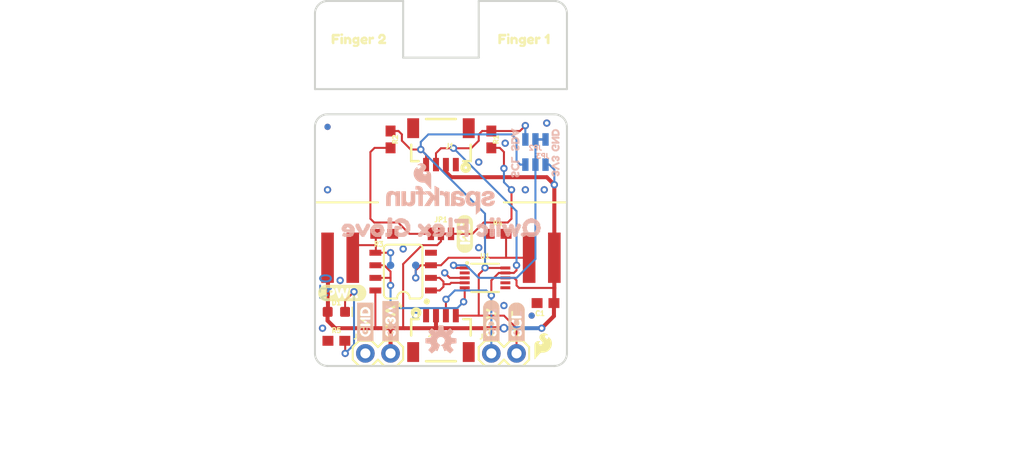
<source format=kicad_pcb>
(kicad_pcb (version 20211014) (generator pcbnew)
  (layers (0 "F.Cu" signal) (31 "B.Cu" signal) (34 "B.Paste" user) (35 "F.Paste" user) (36 "B.SilkS" user "B.Silkscreen") (37 "F.SilkS" user "F.Silkscreen") (38 "B.Mask" user) (39 "F.Mask" user) (44 "Edge.Cuts" user))
  (net 0 "")
  (net 1 "A0")
  (net 2 "VCC")
  (net 3 "GND")
  (net 4 "N$3")
  (net 5 "N$4")
  (net 6 "A1")
  (net 7 "SCL")
  (net 8 "SDA")
  (net 9 "N$7")
  (net 10 "N$8")
  (net 11 "N$1")
  (net 12 "N$2")
  (footprint "boardEagle:0603" (layer "F.Cu") (at 142.7861 110.0836 180)
    (fp_text reference "R3" (at 0 -0.762 180) (layer "F.SilkS") (effects (font (size 0.48768 0.48768) (thickness 0.12192)) (justify right top)))
    (fp_text value "100k")
    (pad "1" smd rect (at -0.85 0 180) (size 1.1 1) (layers "F.Cu" "F.Paste" "F.Mask") (net 3 "GND"))
    (pad "2" smd rect (at 0.85 0 180) (size 1.1 1) (layers "F.Cu" "F.Paste" "F.Mask") (net 4 "N$3"))
  )
  (footprint "boardEagle:FIDUCIAL-MICRO" (layer "F.Cu") (at 157.6451 118.3386)
    (fp_text reference "FD1" hide)
    (fp_text value "FIDUCIALUFIDUCIAL" hide)
    (pad "1" smd roundrect (at 0 0) (size 0.635 0.635) (layers "F.Cu" "F.Mask") (roundrect_rratio 0.5))
  )
  (footprint "boardEagle:I2C-()" (layer "F.Cu") (at 150.9141 112.1156 90)
    (fp_text reference "U$15" hide)
    (fp_text value "" hide)
  )
  (footprint "boardEagle:0603" (layer "F.Cu") (at 143.4211 100.5586 -90)
    (fp_text reference "R2" (at 0 -0.762 -90) (layer "F.SilkS") (effects (font (size 0.48768 0.48768) (thickness 0.12192)) (justify bottom)))
    (fp_text value "4.7k")
    (pad "1" smd rect (at -0.85 0 270) (size 1.1 1) (layers "F.Cu" "F.Paste" "F.Mask") (net 7 "SCL"))
    (pad "2" smd rect (at 0.85 0 270) (size 1.1 1) (layers "F.Cu" "F.Paste" "F.Mask") (net 9 "N$7"))
  )
  (footprint "boardEagle:SFE_LOGO_FLAME_.1" (layer "F.Cu") (at 157.6451 123.0376)
    (fp_text reference "LOGO3" hide)
    (fp_text value "SFE_LOGO_FLAME.1_INCH" hide)
  )
  (footprint "" (layer "F.Cu") (at 153.5811 91.6686)
    (fp_text reference "@HOLE3" hide)
    (fp_text value "" (at 0 0) (layer "F.SilkS") (effects (font (size 1.27 1.27))))
    (pad "" np_thru_hole circle (at 0 0) (size 0.7 0.7) (drill 0.7) (layers *.Cu *.Mask))
  )
  (footprint "boardEagle:0603" (layer "F.Cu") (at 154.2161 110.0836)
    (fp_text reference "R4" (at 0 -0.762) (layer "F.SilkS") (effects (font (size 0.48768 0.48768) (thickness 0.12192)) (justify bottom)))
    (fp_text value "100k")
    (pad "1" smd rect (at -0.85 0) (size 1.1 1) (layers "F.Cu" "F.Paste" "F.Mask") (net 3 "GND"))
    (pad "2" smd rect (at 0.85 0) (size 1.1 1) (layers "F.Cu" "F.Paste" "F.Mask") (net 5 "N$4"))
  )
  (footprint "boardEagle:GND" (layer "F.Cu") (at 140.8811 121.3866 90)
    (fp_text reference "U$1" hide)
    (fp_text value "" hide)
  )
  (footprint "boardEagle:SCL" (layer "F.Cu") (at 156.1211 121.3866 90)
    (fp_text reference "U$9" hide)
    (fp_text value "" hide)
  )
  (footprint "boardEagle:1X02" (layer "F.Cu") (at 140.8811 122.1486)
    (fp_text reference "J4" (at -1.27 -1.397) (layer "F.SilkS") (effects (font (size 0.48768 0.48768) (thickness 0.12192)) (justify left bottom)))
    (fp_text value "")
    (pad "1" thru_hole circle (at 0 0 90) (size 1.8796 1.8796) (drill 1.016) (layers *.Cu *.Mask) (net 3 "GND"))
    (pad "2" thru_hole circle (at 2.54 0 90) (size 1.8796 1.8796) (drill 1.016) (layers *.Cu *.Mask) (net 2 "VCC"))
  )
  (footprint "" (layer "F.Cu") (at 143.4211 91.6686)
    (fp_text reference "@HOLE2" hide)
    (fp_text value "" (at 0 0) (layer "F.SilkS") (effects (font (size 1.27 1.27))))
    (pad "" np_thru_hole circle (at 0 0) (size 0.7 0.7) (drill 0.7) (layers *.Cu *.Mask))
  )
  (footprint "boardEagle:0603" (layer "F.Cu") (at 153.5811 100.5586 -90)
    (fp_text reference "R1" (at 0 -0.762 -90) (layer "F.SilkS") (effects (font (size 0.48768 0.48768) (thickness 0.12192)) (justify bottom)))
    (fp_text value "4.7k")
    (pad "1" smd rect (at -0.85 0 270) (size 1.1 1) (layers "F.Cu" "F.Paste" "F.Mask") (net 8 "SDA"))
    (pad "2" smd rect (at 0.85 0 270) (size 1.1 1) (layers "F.Cu" "F.Paste" "F.Mask") (net 10 "N$8"))
  )
  (footprint "boardEagle:SMT-JUMPER_3_2-NC_TRACE_NO-SILK" (layer "F.Cu") (at 148.5011 110.0836)
    (fp_text reference "JP1" (at 0 -1.143) (layer "F.SilkS") (effects (font (size 0.48768 0.48768) (thickness 0.12192)) (justify bottom)))
    (fp_text value "JUMPER-SMT_3_2-NC_TRACE_NO-SILK")
    (fp_poly (pts (xy -0.7112 0.127) (xy -0.3048 0.127) (xy -0.3048 -0.127) (xy -0.7112 -0.127)) (layer "F.Cu") (width 0) (fill solid))
    (fp_poly (pts (xy 0.3048 0.127) (xy 0.7112 0.127) (xy 0.7112 -0.127) (xy 0.3048 -0.127)) (layer "F.Cu") (width 0) (fill solid))
    (pad "1" smd rect (at -1.016 0) (size 0.635 1.27) (layers "F.Cu" "F.Mask") (net 9 "N$7"))
    (pad "2" smd rect (at 0 0) (size 0.635 1.27) (layers "F.Cu" "F.Mask") (net 2 "VCC"))
    (pad "3" smd rect (at 1.016 0) (size 0.635 1.27) (layers "F.Cu" "F.Mask") (net 10 "N$8"))
  )
  (footprint "boardEagle:FLEX_SENSOR" (layer "F.Cu") (at 158.6611 111.2266)
    (fp_text reference "R6" hide)
    (fp_text value "FLEX_SENSOR-4.5\"" hide)
    (pad "P$1" smd rect (at -1.27 1.27) (size 1.27 5.08) (layers "F.Cu" "F.Paste" "F.Mask") (net 5 "N$4"))
    (pad "P$2" smd rect (at 1.27 1.27 180) (size 1.27 5.08) (layers "F.Cu" "F.Paste" "F.Mask") (net 2 "VCC"))
  )
  (footprint "boardEagle:FINGER_10" (layer "F.Cu") (at 153.3271 90.3986)
    (fp_text reference "U$16" hide)
    (fp_text value "" hide)
  )
  (footprint "boardEagle:MSOP10" (layer "F.Cu") (at 152.9461 114.5286 -90)
    (fp_text reference "U1" (at -1.905 0) (layer "F.SilkS") (effects (font (size 0.48768 0.48768) (thickness 0.12192)) (justify bottom)))
    (fp_text value "ADS1015")
    (pad "1" smd rect (at -1 2.05 270) (size 0.3 1) (layers "F.Cu") (net 11 "N$1"))
    (pad "2" smd rect (at -0.5 2.05 270) (size 0.3 1) (layers "F.Cu"))
    (pad "3" smd rect (at 0 2.05 270) (size 0.3 1) (layers "F.Cu") (net 3 "GND"))
    (pad "4" smd rect (at 0.5 2.05 270) (size 0.3 1) (layers "F.Cu") (net 1 "A0"))
    (pad "5" smd rect (at 1 2.05 270) (size 0.3 1) (layers "F.Cu") (net 6 "A1"))
    (pad "6" smd rect (at 1 -2.05 90) (size 0.3 1) (layers "F.Cu"))
    (pad "7" smd rect (at 0.5 -2.05 90) (size 0.3 1) (layers "F.Cu"))
    (pad "8" smd rect (at 0 -2.05 90) (size 0.3 1) (layers "F.Cu") (net 2 "VCC"))
    (pad "9" smd rect (at -0.5 -2.05 90) (size 0.3 1) (layers "F.Cu") (net 8 "SDA"))
    (pad "10" smd rect (at -1 -2.05 90) (size 0.3 1) (layers "F.Cu") (net 7 "SCL"))
  )
  (footprint "boardEagle:SO08" (layer "F.Cu") (at 144.6911 113.8936 90)
    (fp_text reference "U4" (at -3.175 0 180) (layer "F.SilkS") (effects (font (size 0.48768 0.48768) (thickness 0.12192)) (justify right top)))
    (fp_text value "LMV358")
    (pad "1" smd rect (at -1.905 2.8 90) (size 0.6 1.2) (layers "F.Cu" "F.Paste" "F.Mask") (net 1 "A0"))
    (pad "2" smd rect (at -0.635 2.8 90) (size 0.6 1.2) (layers "F.Cu" "F.Paste" "F.Mask") (net 1 "A0"))
    (pad "3" smd rect (at 0.635 2.8 90) (size 0.6 1.2) (layers "F.Cu" "F.Paste" "F.Mask") (net 5 "N$4"))
    (pad "4" smd rect (at 1.905 2.8 90) (size 0.6 1.2) (layers "F.Cu" "F.Paste" "F.Mask") (net 3 "GND"))
    (pad "5" smd rect (at 1.905 -2.8 90) (size 0.6 1.2) (layers "F.Cu" "F.Paste" "F.Mask") (net 4 "N$3"))
    (pad "6" smd rect (at 0.635 -2.8 90) (size 0.6 1.2) (layers "F.Cu" "F.Paste" "F.Mask") (net 6 "A1"))
    (pad "7" smd rect (at -0.635 -2.8 90) (size 0.6 1.2) (layers "F.Cu" "F.Paste" "F.Mask") (net 6 "A1"))
    (pad "8" smd rect (at -1.905 -2.8 90) (size 0.6 1.2) (layers "F.Cu" "F.Paste" "F.Mask") (net 2 "VCC"))
  )
  (footprint "boardEagle:FIDUCIAL-MICRO" (layer "F.Cu") (at 137.0711 99.2886)
    (fp_text reference "FD3" hide)
    (fp_text value "FIDUCIALUFIDUCIAL" hide)
    (pad "1" smd roundrect (at 0 0) (size 0.635 0.635) (layers "F.Cu" "F.Mask") (roundrect_rratio 0.5))
  )
  (footprint "boardEagle:(PWR)" (layer "F.Cu") (at 136.0551 116.0526)
    (fp_text reference "U$11" hide)
    (fp_text value "" hide)
  )
  (footprint "boardEagle:1X02" (layer "F.Cu") (at 153.5811 122.1486)
    (fp_text reference "J3" (at -1.27 -1.397) (layer "F.SilkS") (effects (font (size 0.48768 0.48768) (thickness 0.12192)) (justify left bottom)))
    (fp_text value "")
    (pad "1" thru_hole circle (at 0 0 90) (size 1.8796 1.8796) (drill 1.016) (layers *.Cu *.Mask) (net 8 "SDA"))
    (pad "2" thru_hole circle (at 2.54 0 90) (size 1.8796 1.8796) (drill 1.016) (layers *.Cu *.Mask) (net 7 "SCL"))
  )
  (footprint "" (layer "F.Cu") (at 159.9311 122.1486)
    (fp_text reference "@HOLE5" hide)
    (fp_text value "" (at 0 0) (layer "F.SilkS") (effects (font (size 1.27 1.27))))
    (pad "" np_thru_hole circle (at 0 0) (size 0.9 0.9) (drill 0.9) (layers *.Cu *.Mask))
  )
  (footprint "boardEagle:LED-0603" (layer "F.Cu") (at 137.9601 117.9576)
    (fp_text reference "D1" (at 0 -0.635) (layer "F.SilkS") (effects (font (size 0.48768 0.48768) (thickness 0.12192)) (justify bottom)))
    (fp_text value "RED")
    (pad "A" smd roundrect (at -0.877 0 270) (size 1 1) (layers "F.Cu" "F.Paste" "F.Mask") (roundrect_rratio 0.15) (net 2 "VCC"))
    (pad "C" smd roundrect (at 0.877 0 270) (size 1 1) (layers "F.Cu" "F.Paste" "F.Mask") (roundrect_rratio 0.15) (net 12 "N$2"))
  )
  (footprint "boardEagle:FINGER_21" (layer "F.Cu") (at 136.5631 90.3986)
    (fp_text reference "U$17" hide)
    (fp_text value "" hide)
  )
  (footprint "boardEagle:SDA" (layer "F.Cu") (at 153.5811 121.3866 90)
    (fp_text reference "U$7" hide)
    (fp_text value "" hide)
  )
  (footprint "boardEagle:FLEX_SENSOR" (layer "F.Cu") (at 138.3411 111.2266)
    (fp_text reference "R7" hide)
    (fp_text value "FLEX_SENSOR-4.5\"" hide)
    (pad "P$1" smd rect (at -1.27 1.27) (size 1.27 5.08) (layers "F.Cu" "F.Paste" "F.Mask") (net 2 "VCC"))
    (pad "P$2" smd rect (at 1.27 1.27 180) (size 1.27 5.08) (layers "F.Cu" "F.Paste" "F.Mask") (net 4 "N$3"))
  )
  (footprint "boardEagle:3.3V" (layer "F.Cu") (at 143.4211 121.3866 90)
    (fp_text reference "U$5" hide)
    (fp_text value "" hide)
  )
  (footprint "boardEagle:0603" (layer "F.Cu") (at 137.9601 120.8786)
    (fp_text reference "R5" (at 0 -0.762) (layer "F.SilkS") (effects (font (size 0.48768 0.48768) (thickness 0.12192)) (justify bottom)))
    (fp_text value "1k")
    (pad "1" smd rect (at -0.85 0) (size 1.1 1) (layers "F.Cu" "F.Paste" "F.Mask") (net 3 "GND"))
    (pad "2" smd rect (at 0.85 0) (size 1.1 1) (layers "F.Cu" "F.Paste" "F.Mask") (net 12 "N$2"))
  )
  (footprint "" (layer "F.Cu") (at 153.5811 103.0986)
    (fp_text reference "@HOLE1" hide)
    (fp_text value "" (at 0 0) (layer "F.SilkS") (effects (font (size 1.27 1.27))))
    (pad "" np_thru_hole circle (at 0 0) (size 0.9 0.9) (drill 0.9) (layers *.Cu *.Mask))
  )
  (footprint "" (layer "F.Cu") (at 143.4211 103.0986)
    (fp_text reference "@HOLE0" hide)
    (fp_text value "" (at 0 0) (layer "F.SilkS") (effects (font (size 1.27 1.27))))
    (pad "" np_thru_hole circle (at 0 0) (size 0.9 0.9) (drill 0.9) (layers *.Cu *.Mask))
  )
  (footprint "boardEagle:1X04_1MM_RA" (layer "F.Cu") (at 148.5011 103.0986 180)
    (fp_text reference "J1" (at -1.397 2.159 180) (layer "F.SilkS") (effects (font (size 0.48768 0.48768) (thickness 0.12192)) (justify right top)))
    (fp_text value "")
    (pad "1" smd rect (at -1.5 0 180) (size 0.6 1.35) (layers "F.Cu" "F.Paste" "F.Mask") (net 3 "GND"))
    (pad "2" smd rect (at -0.5 0 180) (size 0.6 1.35) (layers "F.Cu" "F.Paste" "F.Mask") (net 2 "VCC"))
    (pad "3" smd rect (at 0.5 0 180) (size 0.6 1.35) (layers "F.Cu" "F.Paste" "F.Mask") (net 8 "SDA"))
    (pad "4" smd rect (at 1.5 0 180) (size 0.6 1.35) (layers "F.Cu" "F.Paste" "F.Mask") (net 7 "SCL"))
    (pad "NC1" smd rect (at 2.8 3.675 180) (size 1.2 2) (layers "F.Cu" "F.Paste" "F.Mask"))
    (pad "NC2" smd rect (at -2.8 3.675 180) (size 1.2 2) (layers "F.Cu" "F.Paste" "F.Mask"))
  )
  (footprint "" (layer "F.Cu") (at 137.0711 122.1486)
    (fp_text reference "@HOLE4" hide)
    (fp_text value "" (at 0 0) (layer "F.SilkS") (effects (font (size 1.27 1.27))))
    (pad "" np_thru_hole circle (at 0 0) (size 0.9 0.9) (drill 0.9) (layers *.Cu *.Mask))
  )
  (footprint "boardEagle:0603" (layer "F.Cu") (at 159.0421 117.0686 180)
    (fp_text reference "C1" (at 0 -0.762 180) (layer "F.SilkS") (effects (font (size 0.48768 0.48768) (thickness 0.12192)) (justify right top)))
    (fp_text value "0.1uF")
    (pad "1" smd rect (at -0.85 0 180) (size 1.1 1) (layers "F.Cu" "F.Paste" "F.Mask") (net 2 "VCC"))
    (pad "2" smd rect (at 0.85 0 180) (size 1.1 1) (layers "F.Cu" "F.Paste" "F.Mask") (net 3 "GND"))
  )
  (footprint "boardEagle:1X04_1MM_RA" (layer "F.Cu") (at 148.5011 118.3386)
    (fp_text reference "J2" (at -1.397 2.159) (layer "F.SilkS") (effects (font (size 0.48768 0.48768) (thickness 0.12192)) (justify left bottom)))
    (fp_text value "")
    (pad "1" smd rect (at -1.5 0) (size 0.6 1.35) (layers "F.Cu" "F.Paste" "F.Mask") (net 3 "GND"))
    (pad "2" smd rect (at -0.5 0) (size 0.6 1.35) (layers "F.Cu" "F.Paste" "F.Mask") (net 2 "VCC"))
    (pad "3" smd rect (at 0.5 0) (size 0.6 1.35) (layers "F.Cu" "F.Paste" "F.Mask") (net 8 "SDA"))
    (pad "4" smd rect (at 1.5 0) (size 0.6 1.35) (layers "F.Cu" "F.Paste" "F.Mask") (net 7 "SCL"))
    (pad "NC1" smd rect (at 2.8 3.675) (size 1.2 2) (layers "F.Cu" "F.Paste" "F.Mask"))
    (pad "NC2" smd rect (at -2.8 3.675) (size 1.2 2) (layers "F.Cu" "F.Paste" "F.Mask"))
  )
  (footprint "boardEagle:CREATIVE_COMMONS" (layer "F.Cu") (at 124.3711 133.5786)
    (fp_text reference "FRAME1" hide)
    (fp_text value "FRAME-LETTER" hide)
  )
  (footprint "boardEagle:FIDUCIAL-MICRO" (layer "B.Cu") (at 137.0711 99.2886 180)
    (fp_text reference "FD4" hide)
    (fp_text value "FIDUCIALUFIDUCIAL" hide)
    (pad "1" smd roundrect (at 0 0 180) (size 0.635 0.635) (layers "B.Cu" "B.Mask") (roundrect_rratio 0.5))
  )
  (footprint "boardEagle:SMT-JUMPER_3_0-NO_TRACE_NO-SILK" (layer "B.Cu") (at 158.0261 103.0986 180)
    (fp_text reference "JP3" (at 0 1.143) (layer "B.SilkS") (effects (font (size 0.48768 0.48768) (thickness 0.12192)) (justify right top mirror)))
    (fp_text value "JUMPER-SMT_3_NO_NO_SILK")
    (pad "1" smd rect (at -1.016 0 180) (size 0.635 1.27) (layers "B.Cu" "B.Mask") (net 2 "VCC"))
    (pad "2" smd rect (at 0 0 180) (size 0.635 1.27) (layers "B.Cu" "B.Mask") (net 11 "N$1"))
    (pad "3" smd rect (at 1.016 0 180) (size 0.635 1.27) (layers "B.Cu" "B.Mask") (net 7 "SCL"))
  )
  (footprint "boardEagle:3V3-TEXT" (layer "B.Cu") (at 160.0581 105.0036 90)
    (fp_text reference "U$3" hide)
    (fp_text value "" hide)
  )
  (footprint "boardEagle:SDA0" (layer "B.Cu") (at 155.9941 102.4636 90)
    (fp_text reference "U$12" hide)
    (fp_text value "" hide)
  )
  (footprint "boardEagle:GND" (layer "B.Cu") (at 140.8811 121.3866 90)
    (fp_text reference "U$2" hide)
    (fp_text value "" hide)
  )
  (footprint "boardEagle:PAD.03X.03" (layer "B.Cu") (at 145.9611 113.2586 180)
    (fp_text reference "TP1" hide)
    (fp_text value "TEST-POINT3" hide)
    (pad "P$1" smd roundrect (at 0 0 180) (size 0.762 0.762) (layers "B.Cu" "B.Mask") (roundrect_rratio 0.5) (net 5 "N$4"))
  )
  (footprint "boardEagle:SFE_LOGO_NAME_FLAME_.1" (layer "B.Cu") (at 154.3431 108.1786 180)
    (fp_text reference "LOGO1" hide)
    (fp_text value "SFE_LOGO_NAME_FLAME.1_INCH" hide)
  )
  (footprint "boardEagle:GND-TEXT-03" (layer "B.Cu") (at 160.0581 102.4636 90)
    (fp_text reference "U$4" hide)
    (fp_text value "" hide)
  )
  (footprint "boardEagle:SDA" (layer "B.Cu") (at 153.5811 121.3866 90)
    (fp_text reference "U$8" hide)
    (fp_text value "" hide)
  )
  (footprint "boardEagle:SCL" (layer "B.Cu") (at 156.1211 121.3866 90)
    (fp_text reference "U$10" hide)
    (fp_text value "" hide)
  )
  (footprint "boardEagle:QWIIC_FLEX_GLOVE0" (layer "B.Cu") (at 160.1851 109.4486 180)
    (fp_text reference "U$14" hide)
    (fp_text value "" hide)
  )
  (footprint "boardEagle:SCL2" (layer "B.Cu") (at 155.9941 105.1306 90)
    (fp_text reference "U$13" hide)
    (fp_text value "" hide)
  )
  (footprint "boardEagle:FIDUCIAL-MICRO" (layer "B.Cu") (at 157.6451 118.3386 180)
    (fp_text reference "FD2" hide)
    (fp_text value "FIDUCIALUFIDUCIAL" hide)
    (pad "1" smd roundrect (at 0 0 180) (size 0.635 0.635) (layers "B.Cu" "B.Mask") (roundrect_rratio 0.5))
  )
  (footprint "boardEagle:3.3V" (layer "B.Cu") (at 143.4211 121.3866 90)
    (fp_text reference "U$6" hide)
    (fp_text value "" hide)
  )
  (footprint "boardEagle:SMT-JUMPER_3_1-NC_TRACE_NO-SILK" (layer "B.Cu") (at 158.0261 100.5586)
    (fp_text reference "JP2" (at 0 1.143 180) (layer "B.SilkS") (effects (font (size 0.48768 0.48768) (thickness 0.12192)) (justify bottom mirror)))
    (fp_text value "JUMPER-SMT_3_1-NC_TRACE_NO-SILK")
    (fp_poly (pts (xy 0.3048 -0.127) (xy 0.7112 -0.127) (xy 0.7112 0.127) (xy 0.3048 0.127)) (layer "B.Cu") (width 0) (fill solid))
    (pad "1" smd rect (at -1.016 0) (size 0.635 1.27) (layers "B.Cu" "B.Mask") (net 8 "SDA"))
    (pad "2" smd rect (at 0 0) (size 0.635 1.27) (layers "B.Cu" "B.Mask") (net 11 "N$1"))
    (pad "3" smd rect (at 1.016 0) (size 0.635 1.27) (layers "B.Cu" "B.Mask") (net 3 "GND"))
  )
  (footprint "boardEagle:OSHW-LOGO-S" (layer "B.Cu") (at 148.5011 120.8786 180)
    (fp_text reference "LOGO2" hide)
    (fp_text value "OSHW-LOGOS" hide)
  )
  (footprint "boardEagle:PAD.03X.03" (layer "B.Cu") (at 143.4211 113.2586 180)
    (fp_text reference "TP2" hide)
    (fp_text value "TEST-POINT3" hide)
    (pad "P$1" smd roundrect (at 0 0 180) (size 0.762 0.762) (layers "B.Cu" "B.Mask") (roundrect_rratio 0.5) (net 4 "N$3"))
  )
  (gr_line (start 154.8511 106.9086) (end 161.2011 106.9086) (layer "F.SilkS") (width 0.2032))
  (gr_line (start 135.8011 106.9086) (end 142.1511 106.9086) (layer "F.SilkS") (width 0.2032))
  (gr_line (start 135.8011 95.4786) (end 161.2011 95.4786) (layer "Edge.Cuts") (width 0.2032))
  (gr_arc (start 161.2011 122.1486) (mid 160.829126 123.046626) (end 159.9311 123.4186) (layer "Edge.Cuts") (width 0.2032))
  (gr_line (start 137.0711 86.5886) (end 144.6911 86.5886) (layer "Edge.Cuts") (width 0.2032))
  (gr_arc (start 159.9311 86.5886) (mid 160.829126 86.960574) (end 161.2011 87.8586) (layer "Edge.Cuts") (width 0.2032))
  (gr_line (start 161.2011 87.8586) (end 161.2011 95.4786) (layer "Edge.Cuts") (width 0.2032))
  (gr_line (start 144.6911 92.3036) (end 152.3111 92.3036) (layer "Edge.Cuts") (width 0.2032))
  (gr_arc (start 159.9311 98.0186) (mid 160.829126 98.390574) (end 161.2011 99.2886) (layer "Edge.Cuts") (width 0.2032))
  (gr_line (start 135.8011 99.2886) (end 135.8011 122.1486) (layer "Edge.Cuts") (width 0.2032))
  (gr_arc (start 137.0711 123.4186) (mid 136.173074 123.046626) (end 135.8011 122.1486) (layer "Edge.Cuts") (width 0.2032))
  (gr_arc (start 135.8011 99.2886) (mid 136.173074 98.390574) (end 137.0711 98.0186) (layer "Edge.Cuts") (width 0.2032))
  (gr_line (start 152.3111 86.5886) (end 159.9311 86.5886) (layer "Edge.Cuts") (width 0.2032))
  (gr_line (start 161.2011 122.1486) (end 161.2011 99.2886) (layer "Edge.Cuts") (width 0.2032))
  (gr_line (start 159.9311 98.0186) (end 137.0711 98.0186) (layer "Edge.Cuts") (width 0.2032))
  (gr_line (start 137.0711 123.4186) (end 159.9311 123.4186) (layer "Edge.Cuts") (width 0.2032))
  (gr_line (start 144.6911 86.5886) (end 144.6911 92.3036) (layer "Edge.Cuts") (width 0.2032))
  (gr_line (start 135.8011 95.4786) (end 135.8011 87.8586) (layer "Edge.Cuts") (width 0.2032))
  (gr_line (start 152.3111 92.3036) (end 152.3111 86.5886) (layer "Edge.Cuts") (width 0.2032))
  (gr_arc (start 135.8011 87.8586) (mid 136.173074 86.960574) (end 137.0711 86.5886) (layer "Edge.Cuts") (width 0.2032))
  (gr_text "v10" (at 136.1821 117.0686 -90) (layer "B.Cu") (effects (font (size 1.0795 1.0795) (thickness 0.1905)) (justify left bottom mirror)))
  (segment (start 148.7551 115.1636) (end 148.7551 114.9096) (width 0.2032) (layer "F.Cu") (net 1))
  (segment (start 147.4911 115.7986) (end 148.3741 115.7986) (width 0.2032) (layer "F.Cu") (net 1))
  (segment (start 149.5251 115.0286) (end 149.3901 115.1636) (width 0.2032) (layer "F.Cu") (net 1))
  (segment (start 148.7551 115.1636) (end 149.3901 115.1636) (width 0.2032) (layer "F.Cu") (net 1))
  (segment (start 148.7551 114.9096) (end 148.3741 114.5286) (width 0.2032) (layer "F.Cu") (net 1))
  (segment (start 148.7551 115.4176) (end 148.7551 115.1636) (width 0.2032) (layer "F.Cu") (net 1))
  (segment (start 150.8961 115.0286) (end 149.5251 115.0286) (width 0.2032) (layer "F.Cu") (net 1))
  (segment (start 148.3741 114.5286) (end 147.4911 114.5286) (width 0.2032) (layer "F.Cu") (net 1))
  (segment (start 148.3741 115.7986) (end 148.7551 115.4176) (width 0.2032) (layer "F.Cu") (net 1))
  (segment (start 142.1511 119.6086) (end 137.8331 119.6086) (width 0.4064) (layer "F.Cu") (net 2))
  (segment (start 148.5011 110.0836) (end 148.5011 110.8456) (width 0.2032) (layer "F.Cu") (net 2))
  (segment (start 148.5011 110.8456) (end 148.1201 111.2266) (width 0.2032) (layer "F.Cu") (net 2))
  (segment (start 154.0891 119.6086) (end 153.5811 119.6086) (width 0.2032) (layer "F.Cu") (net 2))
  (segment (start 137.1101 111.2656) (end 137.1101 117.9306) (width 0.4064) (layer "F.Cu") (net 2))
  (segment (start 137.0711 118.8466) (end 137.0711 117.7426) (width 0.4064) (layer "F.Cu") (net 2))
  (segment (start 137.8331 119.6086) (end 137.0711 118.8466) (width 0.4064) (layer "F.Cu") (net 2))
  (segment (start 149.0011 103.0986) (end 149.0011 103.8526) (width 0.4064) (layer "F.Cu") (net 2))
  (segment (start 149.0011 103.8526) (end 149.5171 104.3686) (width 0.4064) (layer "F.Cu") (net 2))
  (segment (start 137.0711 117.7426) (end 137.0831 117.7426) (width 0.4064) (layer "F.Cu") (net 2))
  (segment (start 137.1101 111.2656) (end 137.0711 111.2656) (width 0.4064) (layer "F.Cu") (net 2))
  (segment (start 155.8671 114.5286) (end 154.9961 114.5286) (width 0.2032) (layer "F.Cu") (net 2))
  (segment (start 159.8921 117.0686) (end 159.9311 117.0686) (width 0.4064) (layer "F.Cu") (net 2))
  (segment (start 159.8921 118.3776) (end 159.8921 117.0686) (width 0.4064) (layer "F.Cu") (net 2))
  (segment (start 159.9311 115.5446) (end 159.9311 112.4966) (width 0.4064) (layer "F.Cu") (net 2))
  (segment (start 159.9311 105.1306) (end 159.9311 112.4966) (width 0.4064) (layer "F.Cu") (net 2))
  (segment (start 156.1211 114.7826) (end 156.1211 115.2906) (width 0.2032) (layer "F.Cu") (net 2))
  (segment (start 137.1101 117.9306) (end 137.0831 117.9576) (width 0.4064) (layer "F.Cu") (net 2))
  (segment (start 144.8181 119.6086) (end 143.4211 119.6086) (width 0.4064) (layer "F.Cu") (net 2))
  (segment (start 137.0711 111.2656) (end 137.0711 112.4966) (width 0.4064) (layer "F.Cu") (net 2))
  (segment (start 148.0011 118.3386) (end 148.0011 119.6086) (width 0.4064) (layer "F.Cu") (net 2))
  (segment (start 141.8911 119.6086) (end 142.1511 119.6086) (width 0.2032) (layer "F.Cu") (net 2))
  (segment (start 153.5811 119.6086) (end 148.0011 119.6086) (width 0.4064) (layer "F.Cu") (net 2))
  (segment (start 146.5961 111.2266) (end 144.6911 113.1316) (width 0.2032) (layer "F.Cu") (net 2))
  (segment (start 156.3751 115.5446) (end 159.9311 115.5446) (width 0.2032) (layer "F.Cu") (net 2))
  (segment (start 143.4211 119.6086) (end 142.1511 119.6086) (width 0.4064) (layer "F.Cu") (net 2))
  (segment (start 156.1211 115.2906) (end 156.3751 115.5446) (width 0.2032) (layer "F.Cu") (net 2))
  (segment (start 148.0011 119.6086) (end 144.8181 119.6086) (width 0.4064) (layer "F.Cu") (net 2))
  (segment (start 143.4211 122.1486) (end 143.4211 119.6086) (width 0.4064) (layer "F.Cu") (net 2))
  (segment (start 144.6911 113.1316) (end 144.6911 119.4816) (width 0.2032) (layer "F.Cu") (net 2))
  (segment (start 155.8671 114.5286) (end 156.1211 114.7826) (width 0.2032) (layer "F.Cu") (net 2))
  (segment (start 149.5171 104.3686) (end 159.1691 104.3686) (width 0.4064) (layer "F.Cu") (net 2))
  (segment (start 137.0711 112.4966) (end 137.0711 113.2586) (width 0.4064) (layer "F.Cu") (net 2))
  (segment (start 137.0831 117.7426) (end 137.0831 117.9576) (width 0.4064) (layer "F.Cu") (net 2))
  (segment (start 159.8921 118.3776) (end 158.6611 119.6086) (width 0.4064) (layer "F.Cu") (net 2))
  (segment (start 146.5961 111.2266) (end 148.1201 111.2266) (width 0.2032) (layer "F.Cu") (net 2))
  (segment (start 144.6911 119.4816) (end 144.8181 119.6086) (width 0.2032) (layer "F.Cu") (net 2))
  (segment (start 141.8911 115.7986) (end 141.8911 119.6086) (width 0.2032) (layer "F.Cu") (net 2))
  (segment (start 154.8511 119.6086) (end 153.5811 119.6086) (width 0.4064) (layer "F.Cu") (net 2))
  (segment (start 159.9311 115.5446) (end 159.9311 117.0686) (width 0.4064) (layer "F.Cu") (net 2))
  (segment (start 159.1691 104.3686) (end 159.9311 105.1306) (width 0.4064) (layer "F.Cu") (net 2))
  (via (at 154.8511 119.6086) (size 0.8636) (drill 0.508) (layers "F.Cu" "B.Cu") (net 2))
  (via (at 158.6611 119.6086) (size 0.7366) (drill 0.381) (layers "F.Cu" "B.Cu") (net 2))
  (via (at 159.9311 105.1306) (size 0.7366) (drill 0.381) (layers "F.Cu" "B.Cu") (net 2))
  (segment (start 158.6611 119.6086) (end 154.8511 119.6086) (width 0.4064) (layer "B.Cu") (net 2))
  (segment (start 159.4231 103.0986) (end 159.0421 103.0986) (width 0.2032) (layer "B.Cu") (net 2))
  (segment (start 159.9311 105.1306) (end 159.9311 103.6066) (width 0.2032) (layer "B.Cu") (net 2))
  (segment (start 159.9311 103.6066) (end 159.4231 103.0986) (width 0.2032) (layer "B.Cu") (net 2))
  (segment (start 149.3901 114.5286) (end 148.8821 114.0206) (width 0.2032) (layer "F.Cu") (net 3))
  (segment (start 150.8961 114.5286) (end 149.3901 114.5286) (width 0.2032) (layer "F.Cu") (net 3))
  (via (at 145.9611 118.3386) (size 0.7366) (drill 0.381) (layers "F.Cu" "B.Cu") (net 3))
  (via (at 138.3411 114.7826) (size 0.7366) (drill 0.381) (layers "F.Cu" "B.Cu") (net 3))
  (via (at 154.8511 117.3226) (size 0.7366) (drill 0.381) (layers "F.Cu" "B.Cu") (net 3))
  (via (at 136.5631 119.6086) (size 0.7366) (drill 0.381) (layers "F.Cu" "B.Cu") (net 3))
  (via (at 158.9151 105.6386) (size 0.7366) (drill 0.381) (layers "F.Cu" "B.Cu") (net 3))
  (via (at 157.0101 105.6386) (size 0.7366) (drill 0.381) (layers "F.Cu" "B.Cu") (net 3))
  (via (at 154.9781 100.9396) (size 0.7366) (drill 0.381) (layers "F.Cu" "B.Cu") (net 3))
  (via (at 137.0711 105.6386) (size 0.7366) (drill 0.381) (layers "F.Cu" "B.Cu") (net 3))
  (via (at 152.3111 111.4806) (size 0.7366) (drill 0.381) (layers "F.Cu" "B.Cu") (net 3))
  (via (at 159.1691 98.9076) (size 0.7366) (drill 0.381) (layers "F.Cu" "B.Cu") (net 3))
  (via (at 152.3111 102.8446) (size 0.7366) (drill 0.381) (layers "F.Cu" "B.Cu") (net 3))
  (via (at 148.8821 114.0206) (size 0.7366) (drill 0.381) (layers "F.Cu" "B.Cu") (net 3))
  (via (at 144.6911 111.6076) (size 0.7366) (drill 0.381) (layers "F.Cu" "B.Cu") (net 3))
  (segment (start 139.6111 112.4966) (end 139.6111 111.2266) (width 0.2032) (layer "F.Cu") (net 4))
  (segment (start 141.9361 110.0836) (end 141.9361 111.2266) (width 0.2032) (layer "F.Cu") (net 4))
  (segment (start 141.9361 111.9436) (end 141.8911 111.9886) (width 0.2032) (layer "F.Cu") (net 4))
  (segment (start 139.6111 111.2266) (end 141.9361 111.2266) (width 0.2032) (layer "F.Cu") (net 4))
  (segment (start 141.8911 111.9886) (end 143.4211 111.9886) (width 0.2032) (layer "F.Cu") (net 4))
  (segment (start 141.9361 111.2266) (end 141.9361 111.9436) (width 0.2032) (layer "F.Cu") (net 4))
  (via (at 143.4211 111.9886) (size 0.7366) (drill 0.381) (layers "F.Cu" "B.Cu") (net 4))
  (segment (start 143.4211 113.2586) (end 143.4211 111.9886) (width 0.2032) (layer "B.Cu") (net 4))
  (segment (start 146.4691 113.2586) (end 145.9611 113.7666) (width 0.2032) (layer "F.Cu") (net 5))
  (segment (start 147.4911 113.2586) (end 146.4691 113.2586) (width 0.2032) (layer "F.Cu") (net 5))
  (segment (start 157.3911 112.4966) (end 155.0661 112.4966) (width 0.2032) (layer "F.Cu") (net 5))
  (segment (start 155.0661 112.4966) (end 149.2631 112.4966) (width 0.2032) (layer "F.Cu") (net 5))
  (segment (start 148.5011 113.2586) (end 149.2631 112.4966) (width 0.2032) (layer "F.Cu") (net 5))
  (segment (start 148.5011 113.2586) (end 147.4911 113.2586) (width 0.2032) (layer "F.Cu") (net 5))
  (segment (start 145.9611 113.7666) (end 145.9611 114.5286) (width 0.2032) (layer "F.Cu") (net 5))
  (segment (start 155.0661 112.4966) (end 155.0661 110.0836) (width 0.2032) (layer "F.Cu") (net 5))
  (via (at 145.9611 114.5286) (size 0.7366) (drill 0.381) (layers "F.Cu" "B.Cu") (net 5))
  (segment (start 145.9611 114.5286) (end 145.9611 113.2586) (width 0.2032) (layer "B.Cu") (net 5))
  (segment (start 143.4211 113.8936) (end 143.4211 114.5286) (width 0.2032) (layer "F.Cu") (net 6))
  (segment (start 150.8961 115.5286) (end 150.8961 116.8326) (width 0.2032) (layer "F.Cu") (net 6))
  (segment (start 142.7861 113.2586) (end 143.4211 113.8936) (width 0.2032) (layer "F.Cu") (net 6))
  (segment (start 143.4211 114.5286) (end 143.4211 115.2906) (width 0.2032) (layer "F.Cu") (net 6))
  (segment (start 141.8911 113.2586) (end 142.7861 113.2586) (width 0.2032) (layer "F.Cu") (net 6))
  (segment (start 150.8961 116.8326) (end 150.7871 116.9416) (width 0.2032) (layer "F.Cu") (net 6))
  (segment (start 141.8911 114.5286) (end 143.4211 114.5286) (width 0.2032) (layer "F.Cu") (net 6))
  (segment (start 150.7871 116.9416) (end 150.8366 116.8921) (width 0.2032) (layer "F.Cu") (net 6))
  (via (at 150.7871 116.9416) (size 0.7366) (drill 0.381) (layers "F.Cu" "B.Cu") (net 6))
  (via (at 143.4211 115.2906) (size 0.7366) (drill 0.381) (layers "F.Cu" "B.Cu") (net 6))
  (segment (start 143.4211 117.0686) (end 143.9291 117.5766) (width 0.2032) (layer "B.Cu") (net 6))
  (segment (start 143.4211 115.2906) (end 143.4211 117.0686) (width 0.2032) (layer "B.Cu") (net 6))
  (segment (start 143.9291 117.5766) (end 150.1521 117.5766) (width 0.2032) (layer "B.Cu") (net 6))
  (segment (start 150.1521 117.5766) (end 150.7871 116.9416) (width 0.2032) (layer "B.Cu") (net 6))
  (segment (start 152.9621 113.5286) (end 152.3111 114.1796) (width 0.2032) (layer "F.Cu") (net 7))
  (segment (start 146.4691 101.5746) (end 145.4531 101.5746) (width 0.2032) (layer "F.Cu") (net 7))
  (segment (start 144.5641 100.6856) (end 144.5641 100.0506) (width 0.2032) (layer "F.Cu") (net 7))
  (segment (start 152.3111 118.3386) (end 150.0011 118.3386) (width 0.2032) (layer "F.Cu") (net 7))
  (segment (start 154.9961 113.5286) (end 152.9621 113.5286) (width 0.2032) (layer "F.Cu") (net 7))
  (segment (start 144.2221 99.7086) (end 143.4211 99.7086) (width 0.2032) (layer "F.Cu") (net 7))
  (segment (start 152.9621 113.5286) (end 152.9461 113.5126) (width 0.2032) (layer "F.Cu") (net 7))
  (segment (start 156.1211 119.6086) (end 154.8511 118.3386) (width 0.2032) (layer "F.Cu") (net 7))
  (segment (start 152.3111 114.1796) (end 152.3111 118.3386) (width 0.2032) (layer "F.Cu") (net 7))
  (segment (start 147.0011 102.1066) (end 146.4691 101.5746) (width 0.2032) (layer "F.Cu") (net 7))
  (segment (start 145.4531 101.5746) (end 144.5641 100.6856) (width 0.2032) (layer "F.Cu") (net 7))
  (segment (start 147.0011 103.0986) (end 147.0011 102.1066) (width 0.2032) (layer "F.Cu") (net 7))
  (segment (start 144.5641 100.0506) (end 144.2221 99.7086) (width 0.2032) (layer "F.Cu") (net 7))
  (segment (start 152.3111 118.3386) (end 154.8511 118.3386) (width 0.2032) (layer "F.Cu") (net 7))
  (segment (start 156.1211 122.1486) (end 156.1211 119.6086) (width 0.2032) (layer "F.Cu") (net 7))
  (via (at 146.4691 101.5746) (size 0.7366) (drill 0.381) (layers "F.Cu" "B.Cu") (net 7))
  (via (at 152.9461 113.5126) (size 0.7366) (drill 0.381) (layers "F.Cu" "B.Cu") (net 7))
  (segment (start 152.9461 108.0516) (end 152.9461 113.5126) (width 0.2032) (layer "B.Cu") (net 7))
  (segment (start 156.5021 103.0986) (end 156.1211 102.7176) (width 0.2032) (layer "B.Cu") (net 7))
  (segment (start 146.4691 100.8126) (end 146.4691 101.5746) (width 0.2032) (layer "B.Cu") (net 7))
  (segment (start 156.5021 103.0986) (end 157.0101 103.0986) (width 0.2032) (layer "B.Cu") (net 7))
  (segment (start 147.2311 100.0506) (end 155.6131 100.0506) (width 0.2032) (layer "B.Cu") (net 7))
  (segment (start 146.4691 100.8126) (end 147.2311 100.0506) (width 0.2032) (layer "B.Cu") (net 7))
  (segment (start 146.4691 101.5746) (end 152.9461 108.0516) (width 0.2032) (layer "B.Cu") (net 7))
  (segment (start 155.6131 100.0506) (end 156.1211 100.5586) (width 0.2032) (layer "B.Cu") (net 7))
  (segment (start 156.1211 100.5586) (end 156.1211 102.7176) (width 0.2032) (layer "B.Cu") (net 7))
  (segment (start 155.8591 114.0286) (end 156.1211 113.7666) (width 0.2032) (layer "F.Cu") (net 8))
  (segment (start 156.4631 99.7086) (end 157.0101 99.1616) (width 0.2032) (layer "F.Cu") (net 8))
  (segment (start 153.5811 99.7086) (end 156.4631 99.7086) (width 0.2032) (layer "F.Cu") (net 8))
  (segment (start 156.1211 113.7666) (end 156.1211 113.2586) (width 0.2032) (layer "F.Cu") (net 8))
  (segment (start 152.3111 100.6856) (end 151.5491 101.4476) (width 0.2032) (layer "F.Cu") (net 8))
  (segment (start 154.9961 114.0286) (end 154.3351 114.0286) (width 0.2032) (layer "F.Cu") (net 8))
  (segment (start 148.5011 101.4476) (end 148.0011 101.9476) (width 0.2032) (layer "F.Cu") (net 8))
  (segment (start 155.8591 114.0286) (end 154.9961 114.0286) (width 0.2032) (layer "F.Cu") (net 8))
  (segment (start 149.7711 101.4476) (end 148.5011 101.4476) (width 0.2032) (layer "F.Cu") (net 8))
  (segment (start 149.0011 116.6956) (end 149.0091 116.6876) (width 0.2032) (layer "F.Cu") (net 8))
  (segment (start 153.5811 99.7086) (end 152.6531 99.7086) (width 0.2032) (layer "F.Cu") (net 8))
  (segment (start 152.6531 99.7086) (end 152.3111 100.0506) (width 0.2032) (layer "F.Cu") (net 8))
  (segment (start 151.5491 101.4476) (end 149.7711 101.4476) (width 0.2032) (layer "F.Cu") (net 8))
  (segment (start 152.3111 100.0506) (end 152.3111 100.6856) (width 0.2032) (layer "F.Cu") (net 8))
  (segment (start 148.0011 101.9476) (end 148.0011 103.0986) (width 0.2032) (layer "F.Cu") (net 8))
  (segment (start 153.5811 114.7826) (end 153.5811 116.3066) (width 0.2032) (layer "F.Cu") (net 8))
  (segment (start 149.0011 118.3386) (end 149.0011 116.6956) (width 0.2032) (layer "F.Cu") (net 8))
  (segment (start 154.3351 114.0286) (end 153.5811 114.7826) (width 0.2032) (layer "F.Cu") (net 8))
  (via (at 149.0091 116.6876) (size 0.7366) (drill 0.381) (layers "F.Cu" "B.Cu") (net 8))
  (via (at 156.1211 113.2586) (size 0.7366) (drill 0.381) (layers "F.Cu" "B.Cu") (net 8))
  (via (at 157.0101 99.1616) (size 0.7366) (drill 0.381) (layers "F.Cu" "B.Cu") (net 8))
  (via (at 153.5811 116.3066) (size 0.7366) (drill 0.381) (layers "F.Cu" "B.Cu") (net 8))
  (via (at 149.7711 101.4476) (size 0.7366) (drill 0.381) (layers "F.Cu" "B.Cu") (net 8))
  (segment (start 149.8981 115.7986) (end 153.0731 115.7986) (width 0.2032) (layer "B.Cu") (net 8))
  (segment (start 153.5811 116.3066) (end 153.5811 122.1486) (width 0.2032) (layer "B.Cu") (net 8))
  (segment (start 149.0091 116.6876) (end 149.8981 115.7986) (width 0.2032) (layer "B.Cu") (net 8))
  (segment (start 153.0731 115.7986) (end 153.5811 116.3066) (width 0.2032) (layer "B.Cu") (net 8))
  (segment (start 157.0101 100.5586) (end 157.0101 99.1616) (width 0.2032) (layer "B.Cu") (net 8))
  (segment (start 156.1211 107.7976) (end 149.7711 101.4476) (width 0.2032) (layer "B.Cu") (net 8))
  (segment (start 156.1211 113.2586) (end 156.1211 107.7976) (width 0.2032) (layer "B.Cu") (net 8))
  (segment (start 145.3261 110.0836) (end 144.1831 108.9406) (width 0.2032) (layer "F.Cu") (net 9))
  (segment (start 144.1831 108.9406) (end 141.7701 108.9406) (width 0.2032) (layer "F.Cu") (net 9))
  (segment (start 141.3891 108.5596) (end 141.3891 101.8286) (width 0.2032) (layer "F.Cu") (net 9))
  (segment (start 147.4851 110.0836) (end 145.3261 110.0836) (width 0.2032) (layer "F.Cu") (net 9))
  (segment (start 141.3891 101.8286) (end 141.8091 101.4086) (width 0.2032) (layer "F.Cu") (net 9))
  (segment (start 141.7701 108.9406) (end 141.3891 108.5596) (width 0.2032) (layer "F.Cu") (net 9))
  (segment (start 141.8091 101.4086) (end 143.4211 101.4086) (width 0.2032) (layer "F.Cu") (net 9))
  (segment (start 152.8191 108.9406) (end 155.2321 108.9406) (width 0.2032) (layer "F.Cu") (net 10))
  (segment (start 153.5811 101.4086) (end 154.4311 101.4086) (width 0.2032) (layer "F.Cu") (net 10))
  (segment (start 154.4311 101.4086) (end 154.8511 101.8286) (width 0.2032) (layer "F.Cu") (net 10))
  (segment (start 155.2321 108.9406) (end 155.6131 108.5596) (width 0.2032) (layer "F.Cu") (net 10))
  (segment (start 149.5171 110.0836) (end 151.6761 110.0836) (width 0.2032) (layer "F.Cu") (net 10))
  (segment (start 151.6761 110.0836) (end 152.8191 108.9406) (width 0.2032) (layer "F.Cu") (net 10))
  (segment (start 154.8511 101.8286) (end 154.8511 103.4796) (width 0.2032) (layer "F.Cu") (net 10))
  (segment (start 155.6131 108.5596) (end 155.6131 105.6386) (width 0.2032) (layer "F.Cu") (net 10))
  (via (at 155.6131 105.6386) (size 0.7366) (drill 0.381) (layers "F.Cu" "B.Cu") (net 10))
  (via (at 154.8511 103.4796) (size 0.7366) (drill 0.381) (layers "F.Cu" "B.Cu") (net 10))
  (segment (start 155.6131 105.6386) (end 154.8511 104.8766) (width 0.2032) (layer "B.Cu") (net 10))
  (segment (start 154.8511 104.8766) (end 154.8511 103.4796) (width 0.2032) (layer "B.Cu") (net 10))
  (segment (start 150.8961 113.5286) (end 150.0411 113.5286) (width 0.2032) (layer "F.Cu") (net 11))
  (segment (start 150.0411 113.5286) (end 149.7711 113.2586) (width 0.2032) (layer "F.Cu") (net 11))
  (via (at 149.7711 113.2586) (size 0.7366) (drill 0.381) (layers "F.Cu" "B.Cu") (net 11))
  (segment (start 151.0411 113.2586) (end 152.3111 114.5286) (width 0.2032) (layer "B.Cu") (net 11))
  (segment (start 156.1211 114.5286) (end 158.0261 112.6236) (width 0.2032) (layer "B.Cu") (net 11))
  (segment (start 149.7711 113.2586) (end 151.0411 113.2586) (width 0.2032) (layer "B.Cu") (net 11))
  (segment (start 158.0261 100.5586) (end 158.0261 103.0986) (width 0.2032) (layer "B.Cu") (net 11))
  (segment (start 152.3111 114.5286) (end 156.1211 114.5286) (width 0.2032) (layer "B.Cu") (net 11))
  (segment (start 158.0261 112.6236) (end 158.0261 103.0986) (width 0.2032) (layer "B.Cu") (net 11))
  (segment (start 138.8371 117.9576) (end 138.8371 116.8266) (width 0.2032) (layer "F.Cu") (net 12))
  (segment (start 138.8371 116.8266) (end 139.7381 115.9256) (width 0.2032) (layer "F.Cu") (net 12))
  (segment (start 138.8491 120.9176) (end 138.8101 120.8786) (width 0.2032) (layer "F.Cu") (net 12))
  (segment (start 138.8491 122.1486) (end 138.8491 120.9176) (width 0.2032) (layer "F.Cu") (net 12))
  (via (at 139.7381 115.9256) (size 0.7366) (drill 0.381) (layers "F.Cu" "B.Cu") (net 12))
  (via (at 138.8491 122.1486) (size 0.7366) (drill 0.381) (layers "F.Cu" "B.Cu") (net 12))
  (segment (start 139.7381 121.2596) (end 138.8491 122.1486) (width 0.2032) (layer "B.Cu") (net 12))
  (segment (start 139.7381 115.9256) (end 139.7381 121.2596) (width 0.2032) (layer "B.Cu") (net 12))
)
</source>
